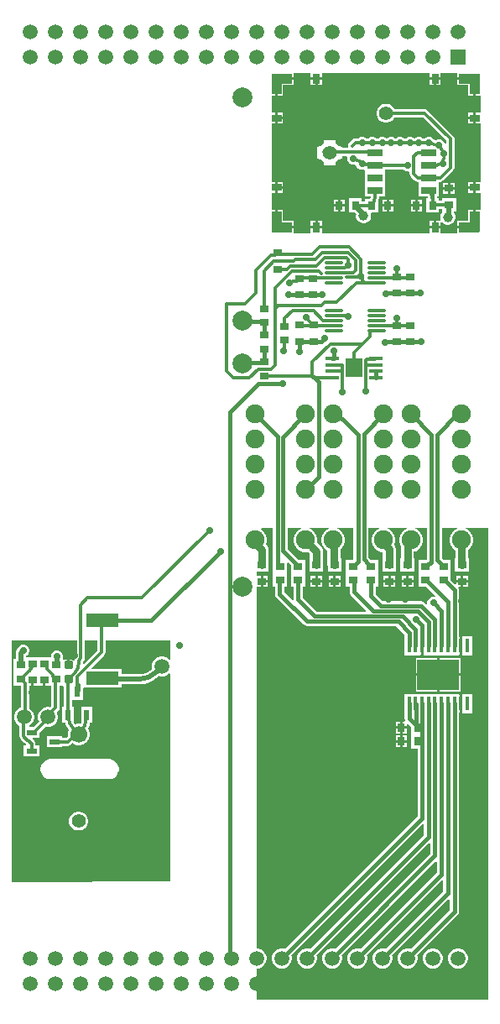
<source format=gtl>
G04*
G04 #@! TF.GenerationSoftware,Altium Limited,Altium Designer,21.8.1 (53)*
G04*
G04 Layer_Physical_Order=1*
G04 Layer_Color=255*
%FSLAX25Y25*%
%MOIN*%
G70*
G04*
G04 #@! TF.SameCoordinates,EDE1E146-8CB7-4DB8-9C5D-6FBA97C0E16F*
G04*
G04*
G04 #@! TF.FilePolarity,Positive*
G04*
G01*
G75*
%ADD15C,0.01181*%
%ADD37C,0.01968*%
%ADD38R,0.12992X0.05315*%
%ADD39R,0.03937X0.03150*%
%ADD40R,0.03150X0.03937*%
%ADD41R,0.08268X0.03937*%
%ADD42R,0.03937X0.08268*%
%ADD43R,0.03150X0.03543*%
%ADD44R,0.06004X0.02559*%
%ADD45R,0.03543X0.03150*%
%ADD46R,0.01772X0.05709*%
%ADD47R,0.16535X0.12205*%
%ADD48O,0.07480X0.01181*%
%ADD49R,0.05610X0.01772*%
%ADD50R,0.06614X0.07402*%
%ADD51R,0.02362X0.04134*%
G04:AMPARAMS|DCode=52|XSize=35.43mil|YSize=31.5mil|CornerRadius=7.87mil|HoleSize=0mil|Usage=FLASHONLY|Rotation=180.000|XOffset=0mil|YOffset=0mil|HoleType=Round|Shape=RoundedRectangle|*
%AMROUNDEDRECTD52*
21,1,0.03543,0.01575,0,0,180.0*
21,1,0.01968,0.03150,0,0,180.0*
1,1,0.01575,-0.00984,0.00787*
1,1,0.01575,0.00984,0.00787*
1,1,0.01575,0.00984,-0.00787*
1,1,0.01575,-0.00984,-0.00787*
%
%ADD52ROUNDEDRECTD52*%
%ADD53R,0.04134X0.02362*%
%ADD54C,0.01575*%
%ADD55C,0.03150*%
%ADD56C,0.05906*%
%ADD57C,0.05512*%
%ADD58C,0.07480*%
%ADD59C,0.07874*%
%ADD60R,0.05906X0.05906*%
%ADD61C,0.02756*%
%ADD62C,0.03937*%
%ADD63C,0.06693*%
G36*
X183197Y-25878D02*
X187931D01*
Y-26878D01*
X183197D01*
Y-28946D01*
X187528D01*
Y-33277D01*
X189596D01*
Y-28543D01*
X190596D01*
Y-33277D01*
X192356D01*
Y-39951D01*
X190597D01*
Y-42126D01*
Y-44301D01*
X192356D01*
Y-67510D01*
X190596D01*
Y-69685D01*
Y-71860D01*
X192356D01*
Y-78534D01*
X190596D01*
Y-83268D01*
X189596D01*
Y-78534D01*
X187528D01*
Y-82864D01*
X183197D01*
Y-84933D01*
X187931D01*
Y-85933D01*
X183197D01*
Y-87768D01*
X176523D01*
Y-85933D01*
X174348D01*
X172174D01*
Y-87768D01*
X129279D01*
Y-85933D01*
X127104D01*
X124930D01*
Y-87768D01*
X118256D01*
Y-85933D01*
X113522D01*
Y-84933D01*
X118256D01*
Y-82865D01*
X113925D01*
Y-78534D01*
X111856D01*
Y-83268D01*
X110856D01*
Y-78534D01*
X109356D01*
Y-71860D01*
X110856D01*
Y-69685D01*
Y-67510D01*
X109356D01*
Y-44301D01*
X110856D01*
Y-42126D01*
Y-39951D01*
X109356D01*
Y-33277D01*
X110856D01*
Y-28543D01*
X111856D01*
Y-33277D01*
X113925D01*
Y-28946D01*
X118255D01*
Y-26878D01*
X113522D01*
Y-25878D01*
X118255D01*
Y-24268D01*
X124929D01*
Y-25878D01*
X129279D01*
Y-24268D01*
X172174D01*
Y-25878D01*
X176523D01*
Y-24268D01*
X183197D01*
Y-25878D01*
D02*
G37*
G36*
X195321Y-392171D02*
X103543D01*
Y-379780D01*
X103946D01*
X104951Y-379510D01*
X105852Y-378990D01*
X106588Y-378254D01*
X107109Y-377352D01*
X107378Y-376347D01*
Y-375306D01*
X107109Y-374301D01*
X106588Y-373400D01*
X105852Y-372664D01*
X104951Y-372143D01*
X103946Y-371874D01*
X103543D01*
Y-228277D01*
X105012D01*
Y-226102D01*
Y-223928D01*
X103543D01*
Y-222142D01*
X105304D01*
X105472Y-222164D01*
X105641Y-222142D01*
X108244D01*
Y-216992D01*
X108070D01*
Y-213518D01*
X107981Y-212846D01*
X107721Y-212220D01*
X107309Y-211682D01*
X107193Y-211566D01*
X107224Y-211511D01*
X107547Y-210305D01*
Y-209057D01*
X107224Y-207852D01*
X106600Y-206771D01*
X105718Y-205888D01*
X105205Y-205592D01*
X105140Y-205096D01*
X105512Y-204724D01*
X109896D01*
Y-219291D01*
X109896Y-219291D01*
X109931Y-219467D01*
Y-222516D01*
X109931Y-222654D01*
Y-223016D01*
X109931Y-223153D01*
Y-228165D01*
X110776D01*
Y-231102D01*
X110776Y-231102D01*
X110915Y-231800D01*
X111310Y-232391D01*
X122168Y-243249D01*
X122168Y-243249D01*
X122759Y-243644D01*
X123457Y-243783D01*
X158876D01*
X162206Y-247113D01*
Y-247721D01*
X162143D01*
Y-255429D01*
X168473D01*
Y-255029D01*
X168647D01*
Y-251575D01*
X169647D01*
Y-255029D01*
X169820D01*
Y-255429D01*
X183828D01*
Y-255029D01*
X184001D01*
Y-251575D01*
Y-248120D01*
X183828D01*
Y-247721D01*
X183764D01*
Y-229565D01*
X183625Y-228868D01*
X183525Y-228718D01*
X183761Y-228277D01*
X184539D01*
Y-226602D01*
X182668D01*
Y-227061D01*
X182206Y-227252D01*
X180542Y-225588D01*
Y-223153D01*
X180542Y-223016D01*
Y-222654D01*
X180542Y-222516D01*
Y-217504D01*
X177773D01*
X177019Y-216751D01*
Y-204724D01*
X183059D01*
X183125Y-205224D01*
X182977Y-205264D01*
X181897Y-205888D01*
X181014Y-206771D01*
X180390Y-207852D01*
X180067Y-209057D01*
Y-210305D01*
X180390Y-211511D01*
X181014Y-212592D01*
X181897Y-213474D01*
X182307Y-213711D01*
Y-216992D01*
X182228D01*
Y-222142D01*
X184735D01*
X184904Y-222164D01*
X185000D01*
X185169Y-222142D01*
X187772D01*
Y-216992D01*
X187501D01*
Y-213599D01*
X187718Y-213474D01*
X188600Y-212592D01*
X189224Y-211511D01*
X189547Y-210305D01*
Y-209057D01*
X189224Y-207852D01*
X188600Y-206771D01*
X187718Y-205888D01*
X186637Y-205264D01*
X186489Y-205224D01*
X186555Y-204724D01*
X195321D01*
Y-392171D01*
D02*
G37*
G36*
X171012Y-217504D02*
X167769D01*
Y-222516D01*
X167769Y-222654D01*
Y-223016D01*
X167769Y-223153D01*
Y-228165D01*
X170735D01*
X174438Y-231869D01*
X174155Y-232292D01*
X174095Y-232268D01*
X173149D01*
X172275Y-232630D01*
X171606Y-233299D01*
X171244Y-234173D01*
Y-234889D01*
X170744Y-235096D01*
X170096Y-234448D01*
X169504Y-234052D01*
X168807Y-233914D01*
X168807Y-233914D01*
X153420D01*
X150641Y-231135D01*
Y-228165D01*
X151623D01*
Y-223153D01*
X151623Y-223016D01*
Y-222654D01*
X151623Y-222516D01*
Y-217504D01*
X148854D01*
X147885Y-216536D01*
Y-204724D01*
X152059D01*
X152125Y-205224D01*
X151978Y-205264D01*
X150897Y-205888D01*
X150014Y-206771D01*
X149390Y-207852D01*
X149067Y-209057D01*
Y-210305D01*
X149390Y-211511D01*
X150014Y-212592D01*
X150897Y-213474D01*
X151978Y-214098D01*
X153183Y-214421D01*
X153484D01*
Y-216992D01*
X153309D01*
Y-222142D01*
X155912D01*
X156081Y-222164D01*
X156250Y-222142D01*
X158853D01*
Y-216992D01*
X158678D01*
Y-213127D01*
X158589Y-212455D01*
X158330Y-211828D01*
X158165Y-211613D01*
X158224Y-211511D01*
X158547Y-210305D01*
Y-209057D01*
X158224Y-207852D01*
X157600Y-206771D01*
X156718Y-205888D01*
X155637Y-205264D01*
X155489Y-205224D01*
X155555Y-204724D01*
X163059D01*
X163125Y-205224D01*
X162978Y-205264D01*
X161897Y-205888D01*
X161014Y-206771D01*
X160390Y-207852D01*
X160067Y-209057D01*
Y-210305D01*
X160390Y-211511D01*
X160743Y-212123D01*
X160714Y-212350D01*
Y-216992D01*
X160539D01*
Y-222142D01*
X163142D01*
X163311Y-222164D01*
X163479Y-222142D01*
X166082D01*
Y-216992D01*
X165908D01*
Y-214294D01*
X166637Y-214098D01*
X167718Y-213474D01*
X168600Y-212592D01*
X169224Y-211511D01*
X169547Y-210305D01*
Y-209057D01*
X169224Y-207852D01*
X168600Y-206771D01*
X167718Y-205888D01*
X166637Y-205264D01*
X166489Y-205224D01*
X166555Y-204724D01*
X171012D01*
Y-217504D01*
D02*
G37*
G36*
X141878Y-217441D02*
X141816Y-217504D01*
X138850D01*
Y-222516D01*
X138850Y-222654D01*
Y-223016D01*
X138850Y-223153D01*
Y-228165D01*
X140304D01*
Y-230315D01*
X140304Y-230315D01*
X140442Y-231012D01*
X140837Y-231604D01*
X146835Y-237601D01*
X146644Y-238063D01*
X127255D01*
X121754Y-232563D01*
Y-228165D01*
X122704D01*
Y-223153D01*
X122704Y-223016D01*
Y-222654D01*
X122704Y-222516D01*
Y-217504D01*
X119934D01*
X115615Y-213185D01*
Y-204724D01*
X121059D01*
X121125Y-205224D01*
X120977Y-205264D01*
X119897Y-205888D01*
X119014Y-206771D01*
X118390Y-207852D01*
X118067Y-209057D01*
Y-210305D01*
X118390Y-211511D01*
X119014Y-212592D01*
X119897Y-213474D01*
X120977Y-214098D01*
X122183Y-214421D01*
X123431D01*
X123781Y-214328D01*
X124565Y-215111D01*
Y-216992D01*
X124390D01*
Y-222142D01*
X126993D01*
X127162Y-222164D01*
X127331Y-222142D01*
X129933D01*
Y-216992D01*
X129759D01*
Y-214036D01*
X129670Y-213364D01*
X129411Y-212737D01*
X128998Y-212199D01*
X127454Y-210655D01*
X127547Y-210305D01*
Y-209057D01*
X127224Y-207852D01*
X126600Y-206771D01*
X125718Y-205888D01*
X124637Y-205264D01*
X124489Y-205224D01*
X124555Y-204724D01*
X132059D01*
X132125Y-205224D01*
X131977Y-205264D01*
X130897Y-205888D01*
X130014Y-206771D01*
X129390Y-207852D01*
X129067Y-209057D01*
Y-210305D01*
X129390Y-211511D01*
X130014Y-212592D01*
X130897Y-213474D01*
X131598Y-213879D01*
Y-219567D01*
X131620Y-219736D01*
Y-222142D01*
X134026D01*
X134195Y-222164D01*
X134391D01*
X134560Y-222142D01*
X137163D01*
Y-216992D01*
X136792D01*
Y-213400D01*
X137600Y-212592D01*
X138224Y-211511D01*
X138547Y-210305D01*
Y-209057D01*
X138224Y-207852D01*
X137600Y-206771D01*
X136718Y-205888D01*
X135637Y-205264D01*
X135489Y-205224D01*
X135555Y-204724D01*
X141878D01*
Y-217441D01*
D02*
G37*
G36*
X117160Y-219884D02*
Y-222516D01*
X117160Y-222654D01*
Y-223016D01*
X117160Y-223153D01*
Y-228165D01*
X118110D01*
Y-233318D01*
X118110Y-233318D01*
X118112Y-233332D01*
X117651Y-233578D01*
X114421Y-230347D01*
Y-228165D01*
X115474D01*
Y-223153D01*
X115474Y-223016D01*
Y-222654D01*
X115474Y-222516D01*
Y-218851D01*
X115936Y-218660D01*
X117160Y-219884D01*
D02*
G37*
G36*
X69165Y-256963D02*
X68665Y-257170D01*
X68175Y-256680D01*
X67274Y-256159D01*
X66268Y-255890D01*
X65228D01*
X64222Y-256159D01*
X63321Y-256680D01*
X62585Y-257416D01*
X62065Y-258317D01*
X61795Y-259322D01*
Y-260363D01*
X61915Y-260811D01*
X60935Y-261616D01*
X59551Y-262356D01*
X58049Y-262811D01*
X56580Y-262956D01*
X56488Y-262937D01*
X49622D01*
Y-261008D01*
X37955D01*
X37763Y-260546D01*
X42879Y-255430D01*
X43231Y-254904D01*
X43354Y-254283D01*
Y-249532D01*
X69165D01*
Y-256963D01*
D02*
G37*
G36*
X31949Y-255863D02*
X31530Y-256281D01*
X31179Y-256807D01*
X31091Y-257248D01*
X30890Y-257358D01*
X30658Y-257426D01*
X30556Y-257425D01*
X30191Y-257181D01*
X29650Y-257074D01*
X29165D01*
Y-259276D01*
X28165D01*
Y-257074D01*
X27681D01*
X27140Y-257181D01*
X27103Y-257206D01*
X26575Y-257027D01*
X26437Y-256740D01*
X26394Y-256254D01*
Y-255433D01*
X26032Y-254558D01*
X25363Y-253890D01*
X24489Y-253528D01*
X23543D01*
X22669Y-253890D01*
X22000Y-254558D01*
X21638Y-255433D01*
Y-256150D01*
X11688D01*
Y-255679D01*
X11977Y-255559D01*
X12646Y-254890D01*
X13008Y-254016D01*
Y-253070D01*
X12646Y-252196D01*
X11977Y-251527D01*
X11103Y-251165D01*
X10157D01*
X9283Y-251527D01*
X8614Y-252196D01*
X8259Y-253053D01*
X8235Y-253077D01*
X7796Y-253734D01*
X7642Y-254508D01*
Y-256740D01*
X6894D01*
Y-261890D01*
X6894Y-261890D01*
Y-262252D01*
X6894D01*
X6894Y-262390D01*
Y-267402D01*
X9848D01*
Y-276105D01*
X9498Y-276199D01*
X8597Y-276719D01*
X7861Y-277455D01*
X7340Y-278356D01*
X7071Y-279362D01*
Y-280402D01*
X7340Y-281408D01*
X7861Y-282309D01*
X8597Y-283045D01*
X9197Y-283392D01*
Y-287656D01*
X9321Y-288277D01*
X9672Y-288803D01*
X11119Y-290250D01*
X11646Y-290602D01*
X11741Y-290823D01*
X11441Y-291323D01*
X10909D01*
Y-295685D01*
X17043D01*
Y-291323D01*
X15598D01*
Y-290551D01*
X15475Y-289931D01*
X15123Y-289404D01*
X14385Y-288667D01*
X14577Y-288205D01*
X17043D01*
Y-286136D01*
X19473Y-283706D01*
X19952Y-283835D01*
X20993D01*
X21998Y-283565D01*
X22899Y-283045D01*
X23635Y-282309D01*
X24156Y-281408D01*
X24425Y-280402D01*
Y-279362D01*
X24156Y-278356D01*
X23953Y-278005D01*
X24615Y-277343D01*
X24967Y-276817D01*
X25090Y-276197D01*
Y-267402D01*
X26437D01*
X26803Y-267724D01*
Y-275992D01*
X26244D01*
Y-282126D01*
X27313D01*
X27554Y-282920D01*
X28486Y-284664D01*
X28728Y-284958D01*
X28627Y-285133D01*
X28331Y-286239D01*
Y-287383D01*
X28362Y-287500D01*
X27720Y-288142D01*
X26098D01*
Y-287583D01*
X19965D01*
Y-291945D01*
X26098D01*
Y-291386D01*
X28392D01*
X29012Y-291262D01*
X29539Y-290911D01*
X30105Y-290345D01*
X30999Y-290861D01*
X32105Y-291158D01*
X33249D01*
X34355Y-290861D01*
X35346Y-290289D01*
X36155Y-289480D01*
X36727Y-288489D01*
X37024Y-287383D01*
Y-286239D01*
X36727Y-285133D01*
X36358Y-284493D01*
X36963Y-283033D01*
X37181Y-282126D01*
X38087D01*
Y-275992D01*
X33724D01*
Y-282074D01*
X33491Y-282529D01*
X33249Y-282465D01*
X32105D01*
X31116Y-282730D01*
X30606Y-281776D01*
Y-275992D01*
X30047D01*
Y-273071D01*
X34346D01*
Y-269570D01*
X34378Y-269413D01*
Y-268718D01*
X34630Y-268323D01*
X49622D01*
Y-266984D01*
X56488D01*
X56503Y-266981D01*
X58368Y-266834D01*
X60203Y-266394D01*
X61945Y-265672D01*
X63554Y-264686D01*
X64747Y-263667D01*
X65228Y-263795D01*
X66268D01*
X67274Y-263526D01*
X68175Y-263005D01*
X68665Y-262515D01*
X69165Y-262722D01*
Y-345130D01*
X6520Y-345529D01*
X6165Y-345177D01*
Y-249532D01*
X31949D01*
Y-255863D01*
D02*
G37*
G36*
X40111Y-253612D02*
X34781Y-258942D01*
X34299Y-258716D01*
Y-258100D01*
X34718Y-257681D01*
X35069Y-257155D01*
X35193Y-256534D01*
Y-249532D01*
X40111D01*
Y-253612D01*
D02*
G37*
G36*
X19499Y-267435D02*
X21370D01*
X21370Y-267435D01*
Y-267435D01*
X21847Y-267492D01*
Y-275525D01*
X21348Y-276024D01*
X20993Y-275929D01*
X19952D01*
X18947Y-276199D01*
X18045Y-276719D01*
X17310Y-277455D01*
X16789Y-278356D01*
X16520Y-279362D01*
Y-280402D01*
X16789Y-281408D01*
X16934Y-281659D01*
X14750Y-283842D01*
X13069D01*
X12935Y-283343D01*
X13451Y-283045D01*
X14187Y-282309D01*
X14707Y-281408D01*
X14976Y-280402D01*
Y-279362D01*
X14707Y-278356D01*
X14187Y-277455D01*
X13451Y-276719D01*
X13092Y-276512D01*
Y-267435D01*
X13832D01*
Y-265260D01*
X14832D01*
Y-267435D01*
X18499D01*
Y-265260D01*
X19499D01*
Y-267435D01*
D02*
G37*
%LPC*%
G36*
X129279Y-26878D02*
X127604D01*
Y-28946D01*
X129279D01*
Y-26878D01*
D02*
G37*
G36*
X126604D02*
X124929D01*
Y-28946D01*
X126604D01*
Y-26878D01*
D02*
G37*
G36*
X176523Y-26878D02*
X174848D01*
Y-28946D01*
X176523D01*
Y-26878D01*
D02*
G37*
G36*
X173848D02*
X172174D01*
Y-28946D01*
X173848D01*
Y-26878D01*
D02*
G37*
G36*
X189597Y-39951D02*
X187528D01*
Y-41626D01*
X189597D01*
Y-39951D01*
D02*
G37*
G36*
X113925Y-39951D02*
X111856D01*
Y-41626D01*
X113925D01*
Y-39951D01*
D02*
G37*
G36*
Y-42626D02*
X111856D01*
Y-44301D01*
X113925D01*
Y-42626D01*
D02*
G37*
G36*
X189597Y-42626D02*
X187528D01*
Y-44301D01*
X189597D01*
Y-42626D01*
D02*
G37*
G36*
X155282Y-36419D02*
X154293D01*
X153338Y-36675D01*
X152481Y-37169D01*
X151782Y-37869D01*
X151287Y-38725D01*
X151031Y-39680D01*
Y-40669D01*
X151287Y-41625D01*
X151782Y-42481D01*
X152481Y-43180D01*
X153338Y-43675D01*
X154293Y-43931D01*
X155282D01*
X156237Y-43675D01*
X157094Y-43180D01*
X157793Y-42481D01*
X158188Y-41796D01*
X169592D01*
X178703Y-50908D01*
Y-52219D01*
X178234Y-52295D01*
X177872Y-51421D01*
X177203Y-50752D01*
X176329Y-50390D01*
X175383D01*
X174509Y-50752D01*
X174474Y-50787D01*
X173980Y-50681D01*
X173872Y-50421D01*
X173203Y-49752D01*
X172329Y-49390D01*
X171383D01*
X170509Y-49752D01*
X170115Y-50146D01*
X169598D01*
X169203Y-49752D01*
X168329Y-49390D01*
X167383D01*
X166509Y-49752D01*
X166115Y-50146D01*
X166098D01*
X165703Y-49752D01*
X164829Y-49390D01*
X163883D01*
X163009Y-49752D01*
X162615Y-50146D01*
X162098D01*
X161703Y-49752D01*
X160829Y-49390D01*
X159883D01*
X159009Y-49752D01*
X158615Y-50146D01*
X158598D01*
X158203Y-49752D01*
X157329Y-49390D01*
X156383D01*
X155509Y-49752D01*
X155115Y-50146D01*
X155098D01*
X154703Y-49752D01*
X153829Y-49390D01*
X152883D01*
X152009Y-49752D01*
X151615Y-50146D01*
X151098D01*
X150703Y-49752D01*
X149829Y-49390D01*
X148883D01*
X148009Y-49752D01*
X147615Y-50146D01*
X147098D01*
X146703Y-49752D01*
X145829Y-49390D01*
X144883D01*
X144009Y-49752D01*
X143615Y-50146D01*
X142720D01*
X142100Y-50270D01*
X141574Y-50621D01*
X140192Y-52003D01*
X139840Y-52529D01*
X139717Y-53150D01*
X139781Y-53475D01*
X139421Y-53975D01*
X137284D01*
Y-50906D01*
X127284D01*
Y-60905D01*
X137284D01*
Y-57218D01*
X139012D01*
X139290Y-57634D01*
X139273Y-57674D01*
Y-58620D01*
X139635Y-59494D01*
X140304Y-60163D01*
X141178Y-60525D01*
X142124D01*
X142398Y-60412D01*
X142898Y-60709D01*
X143260Y-61583D01*
X143929Y-62252D01*
X144803Y-62614D01*
X145749D01*
X145939Y-62536D01*
X146354Y-62813D01*
Y-62988D01*
X146354Y-63047D01*
Y-63488D01*
X146354Y-63547D01*
Y-67988D01*
X146354Y-68047D01*
Y-68488D01*
X146354Y-68547D01*
Y-73047D01*
X148735D01*
Y-73651D01*
X148428Y-74035D01*
X146475D01*
Y-75185D01*
X145238D01*
Y-73957D01*
X140089D01*
Y-79500D01*
X142377D01*
X143016Y-80139D01*
X142915Y-80515D01*
Y-81296D01*
X143118Y-82051D01*
X143509Y-82728D01*
X144061Y-83281D01*
X144738Y-83672D01*
X145493Y-83874D01*
X146275D01*
X147030Y-83672D01*
X147707Y-83281D01*
X148259Y-82728D01*
X148650Y-82051D01*
X148852Y-81296D01*
Y-80515D01*
X148736Y-80079D01*
X149093Y-79579D01*
X151624D01*
Y-75614D01*
X151859Y-74838D01*
X151974Y-73670D01*
X151978Y-73651D01*
Y-73047D01*
X154358D01*
Y-68547D01*
X154358Y-68488D01*
Y-68047D01*
X154358Y-67988D01*
Y-63547D01*
X154358Y-63488D01*
Y-63047D01*
X154358Y-62988D01*
Y-62389D01*
X161615D01*
X162009Y-62784D01*
X162883Y-63146D01*
X163829D01*
X164235Y-63416D01*
Y-64268D01*
X164358Y-64888D01*
X164710Y-65414D01*
X166210Y-66914D01*
X166736Y-67266D01*
X167356Y-67389D01*
X167709D01*
Y-67988D01*
X167709Y-68047D01*
Y-68488D01*
X167709Y-68547D01*
Y-73047D01*
X171342D01*
X171528Y-73496D01*
X171254Y-73996D01*
X170782D01*
Y-79539D01*
X175931D01*
Y-78118D01*
X177085D01*
Y-79071D01*
X177085D01*
X177200Y-79348D01*
X176973Y-79575D01*
X176582Y-80252D01*
X176380Y-81007D01*
Y-81788D01*
X176536Y-82370D01*
X176298Y-82776D01*
X176190Y-82864D01*
X174848D01*
Y-84933D01*
X176523D01*
Y-83441D01*
X176809Y-83301D01*
X177023Y-83271D01*
X177526Y-83773D01*
X178203Y-84164D01*
X178958Y-84366D01*
X179739D01*
X180494Y-84164D01*
X181171Y-83773D01*
X181724Y-83220D01*
X182115Y-82543D01*
X182317Y-81788D01*
Y-81007D01*
X182115Y-80252D01*
X181724Y-79575D01*
X181720Y-79571D01*
X181853Y-79071D01*
X182628D01*
Y-73921D01*
X177085D01*
Y-74874D01*
X175931D01*
Y-73996D01*
X174978D01*
Y-73047D01*
X175713D01*
Y-68547D01*
X175713Y-68488D01*
Y-68047D01*
X175713Y-67988D01*
Y-67389D01*
X176278D01*
X176898Y-67266D01*
X177424Y-66914D01*
X181472Y-62867D01*
X181823Y-62341D01*
X181947Y-61721D01*
Y-50236D01*
X181823Y-49616D01*
X181472Y-49090D01*
X171410Y-39028D01*
X170884Y-38677D01*
X170264Y-38553D01*
X158188D01*
X157793Y-37869D01*
X157094Y-37169D01*
X156237Y-36675D01*
X155282Y-36419D01*
D02*
G37*
G36*
X189596Y-67510D02*
X187528D01*
Y-69185D01*
X189596D01*
Y-67510D01*
D02*
G37*
G36*
X113925Y-67510D02*
X111856D01*
Y-69185D01*
X113925D01*
Y-67510D01*
D02*
G37*
G36*
X182189Y-67786D02*
X180317D01*
Y-69461D01*
X182189D01*
Y-67786D01*
D02*
G37*
G36*
X179317D02*
X177445D01*
Y-69461D01*
X179317D01*
Y-67786D01*
D02*
G37*
G36*
X189596Y-70185D02*
X187528D01*
Y-71860D01*
X189596D01*
Y-70185D01*
D02*
G37*
G36*
X113925Y-70185D02*
X111856D01*
Y-71860D01*
X113925D01*
Y-70185D01*
D02*
G37*
G36*
X182189Y-70461D02*
X180317D01*
Y-72135D01*
X182189D01*
Y-70461D01*
D02*
G37*
G36*
X179317D02*
X177445D01*
Y-72135D01*
X179317D01*
Y-70461D01*
D02*
G37*
G36*
X157759Y-74396D02*
X156085D01*
Y-76268D01*
X157759D01*
Y-74396D01*
D02*
G37*
G36*
X138303D02*
X136628D01*
Y-76268D01*
X138303D01*
Y-74396D01*
D02*
G37*
G36*
X135628D02*
X133953D01*
Y-76268D01*
X135628D01*
Y-74396D01*
D02*
G37*
G36*
X155085D02*
X153410D01*
Y-76268D01*
X155085D01*
Y-74396D01*
D02*
G37*
G36*
X168996Y-74435D02*
X167321D01*
Y-76307D01*
X168996D01*
Y-74435D01*
D02*
G37*
G36*
X166321D02*
X164646D01*
Y-76307D01*
X166321D01*
Y-74435D01*
D02*
G37*
G36*
X157759Y-77268D02*
X156085D01*
Y-79139D01*
X157759D01*
Y-77268D01*
D02*
G37*
G36*
X155085D02*
X153410D01*
Y-79139D01*
X155085D01*
Y-77268D01*
D02*
G37*
G36*
X138303D02*
X136628D01*
Y-79139D01*
X138303D01*
Y-77268D01*
D02*
G37*
G36*
X135628D02*
X133953D01*
Y-79139D01*
X135628D01*
Y-77268D01*
D02*
G37*
G36*
X168996Y-77307D02*
X167321D01*
Y-79179D01*
X168996D01*
Y-77307D01*
D02*
G37*
G36*
X166321D02*
X164646D01*
Y-79179D01*
X166321D01*
Y-77307D01*
D02*
G37*
G36*
X129279Y-82865D02*
X127604D01*
Y-84933D01*
X129279D01*
Y-82865D01*
D02*
G37*
G36*
X126604D02*
X124930D01*
Y-84933D01*
X126604D01*
Y-82865D01*
D02*
G37*
G36*
X173848Y-82864D02*
X172174D01*
Y-84933D01*
X173848D01*
Y-82864D01*
D02*
G37*
G36*
X187411Y-223928D02*
X185539D01*
Y-225602D01*
X187411D01*
Y-223928D01*
D02*
G37*
G36*
X184539D02*
X182668D01*
Y-225602D01*
X184539D01*
Y-223928D01*
D02*
G37*
G36*
X107884D02*
X106012D01*
Y-225602D01*
X107884D01*
Y-223928D01*
D02*
G37*
G36*
X187411Y-226602D02*
X185539D01*
Y-228277D01*
X187411D01*
Y-226602D01*
D02*
G37*
G36*
X107884D02*
X106012D01*
Y-228277D01*
X107884D01*
Y-226602D01*
D02*
G37*
G36*
X188946Y-247721D02*
X185174D01*
Y-248120D01*
X185001D01*
Y-251575D01*
Y-255029D01*
X185174D01*
Y-255429D01*
X188946D01*
Y-247721D01*
D02*
G37*
G36*
X184412Y-256388D02*
X176044D01*
Y-262591D01*
X184412D01*
Y-256388D01*
D02*
G37*
G36*
X175044D02*
X166676D01*
Y-262591D01*
X175044D01*
Y-256388D01*
D02*
G37*
G36*
X184412Y-263591D02*
X176044D01*
Y-269793D01*
X184412D01*
Y-263591D01*
D02*
G37*
G36*
X175044D02*
X166676D01*
Y-269793D01*
X175044D01*
Y-263591D01*
D02*
G37*
G36*
X188946Y-270752D02*
X185174D01*
Y-271152D01*
X185001D01*
Y-274606D01*
Y-278061D01*
X185174D01*
Y-278461D01*
X188946D01*
Y-270752D01*
D02*
G37*
G36*
X160317Y-281774D02*
X158642D01*
Y-283646D01*
X160317D01*
Y-281774D01*
D02*
G37*
G36*
X162992Y-284646D02*
X161317D01*
Y-286517D01*
X162992D01*
Y-284646D01*
D02*
G37*
G36*
X160317D02*
X158642D01*
Y-286517D01*
X160317D01*
Y-284646D01*
D02*
G37*
G36*
X162992Y-287274D02*
X161317D01*
Y-289146D01*
X162992D01*
Y-287274D01*
D02*
G37*
G36*
X160317D02*
X158642D01*
Y-289146D01*
X160317D01*
Y-287274D01*
D02*
G37*
G36*
X162992Y-290146D02*
X161317D01*
Y-292017D01*
X162992D01*
Y-290146D01*
D02*
G37*
G36*
X160317D02*
X158642D01*
Y-292017D01*
X160317D01*
Y-290146D01*
D02*
G37*
G36*
X183828Y-270752D02*
X162143D01*
Y-278461D01*
X162206D01*
Y-280585D01*
X162206Y-280585D01*
X162345Y-281282D01*
X162379Y-281333D01*
X162143Y-281774D01*
X161317D01*
Y-283646D01*
X162992D01*
Y-282779D01*
X163454Y-282588D01*
X164778Y-283912D01*
Y-286878D01*
Y-292378D01*
X167324D01*
Y-319351D01*
X114620Y-372055D01*
X113946Y-371874D01*
X112905D01*
X111899Y-372143D01*
X110998Y-372664D01*
X110262Y-373400D01*
X109742Y-374301D01*
X109473Y-375306D01*
Y-376347D01*
X109742Y-377352D01*
X110262Y-378254D01*
X110998Y-378990D01*
X111899Y-379510D01*
X112905Y-379780D01*
X113946D01*
X114951Y-379510D01*
X115852Y-378990D01*
X116588Y-378254D01*
X117109Y-377352D01*
X117378Y-376347D01*
Y-375306D01*
X117197Y-374632D01*
X169421Y-322408D01*
X169883Y-322599D01*
Y-326792D01*
X124620Y-372055D01*
X123946Y-371874D01*
X122905D01*
X121899Y-372143D01*
X120998Y-372664D01*
X120262Y-373400D01*
X119742Y-374301D01*
X119473Y-375306D01*
Y-376347D01*
X119742Y-377352D01*
X120262Y-378254D01*
X120998Y-378990D01*
X121899Y-379510D01*
X122905Y-379780D01*
X123946D01*
X124951Y-379510D01*
X125852Y-378990D01*
X126588Y-378254D01*
X127109Y-377352D01*
X127378Y-376347D01*
Y-375306D01*
X127197Y-374632D01*
X171980Y-329849D01*
X172442Y-330040D01*
Y-334232D01*
X134620Y-372055D01*
X133946Y-371874D01*
X132905D01*
X131899Y-372143D01*
X130998Y-372664D01*
X130262Y-373400D01*
X129742Y-374301D01*
X129472Y-375306D01*
Y-376347D01*
X129742Y-377352D01*
X130262Y-378254D01*
X130998Y-378990D01*
X131899Y-379510D01*
X132905Y-379780D01*
X133946D01*
X134951Y-379510D01*
X135852Y-378990D01*
X136588Y-378254D01*
X137109Y-377352D01*
X137378Y-376347D01*
Y-375306D01*
X137197Y-374632D01*
X174539Y-337290D01*
X175001Y-337481D01*
Y-341673D01*
X144620Y-372055D01*
X143946Y-371874D01*
X142905D01*
X141900Y-372143D01*
X140998Y-372664D01*
X140262Y-373400D01*
X139742Y-374301D01*
X139472Y-375306D01*
Y-376347D01*
X139742Y-377352D01*
X140262Y-378254D01*
X140998Y-378990D01*
X141900Y-379510D01*
X142905Y-379780D01*
X143946D01*
X144951Y-379510D01*
X145852Y-378990D01*
X146588Y-378254D01*
X147109Y-377352D01*
X147378Y-376347D01*
Y-375306D01*
X147197Y-374632D01*
X177098Y-344731D01*
X177560Y-344922D01*
Y-349114D01*
X154620Y-372055D01*
X153946Y-371874D01*
X152905D01*
X151900Y-372143D01*
X150998Y-372664D01*
X150262Y-373400D01*
X149742Y-374301D01*
X149472Y-375306D01*
Y-376347D01*
X149742Y-377352D01*
X150262Y-378254D01*
X150998Y-378990D01*
X151900Y-379510D01*
X152905Y-379780D01*
X153946D01*
X154951Y-379510D01*
X155852Y-378990D01*
X156588Y-378254D01*
X157109Y-377352D01*
X157378Y-376347D01*
Y-375306D01*
X157197Y-374632D01*
X179657Y-352172D01*
X180119Y-352363D01*
Y-356555D01*
X164620Y-372055D01*
X163946Y-371874D01*
X162905D01*
X161899Y-372143D01*
X160998Y-372664D01*
X160262Y-373400D01*
X159742Y-374301D01*
X159473Y-375306D01*
Y-376347D01*
X159742Y-377352D01*
X160262Y-378254D01*
X160998Y-378990D01*
X161899Y-379510D01*
X162905Y-379780D01*
X163946D01*
X164951Y-379510D01*
X165852Y-378990D01*
X166588Y-378254D01*
X167109Y-377352D01*
X167378Y-376347D01*
Y-375306D01*
X167197Y-374632D01*
X183230Y-358599D01*
X183625Y-358008D01*
X183764Y-357310D01*
X183764Y-357310D01*
Y-278461D01*
X183828D01*
Y-278061D01*
X184001D01*
Y-274606D01*
Y-271152D01*
X183828D01*
Y-270752D01*
D02*
G37*
G36*
X183946Y-371874D02*
X182905D01*
X181899Y-372143D01*
X180998Y-372664D01*
X180262Y-373400D01*
X179742Y-374301D01*
X179472Y-375306D01*
Y-376347D01*
X179742Y-377352D01*
X180262Y-378254D01*
X180998Y-378990D01*
X181899Y-379510D01*
X182905Y-379780D01*
X183946D01*
X184951Y-379510D01*
X185852Y-378990D01*
X186588Y-378254D01*
X187109Y-377352D01*
X187378Y-376347D01*
Y-375306D01*
X187109Y-374301D01*
X186588Y-373400D01*
X185852Y-372664D01*
X184951Y-372143D01*
X183946Y-371874D01*
D02*
G37*
G36*
X173946D02*
X172905D01*
X171899Y-372143D01*
X170998Y-372664D01*
X170262Y-373400D01*
X169742Y-374301D01*
X169473Y-375306D01*
Y-376347D01*
X169742Y-377352D01*
X170262Y-378254D01*
X170998Y-378990D01*
X171899Y-379510D01*
X172905Y-379780D01*
X173946D01*
X174951Y-379510D01*
X175852Y-378990D01*
X176588Y-378254D01*
X177109Y-377352D01*
X177378Y-376347D01*
Y-375306D01*
X177109Y-374301D01*
X176588Y-373400D01*
X175852Y-372664D01*
X174951Y-372143D01*
X173946Y-371874D01*
D02*
G37*
G36*
X165722Y-223928D02*
X163850D01*
Y-225602D01*
X165722D01*
Y-223928D01*
D02*
G37*
G36*
X162850D02*
X160978D01*
Y-225602D01*
X162850D01*
Y-223928D01*
D02*
G37*
G36*
X158492D02*
X156620D01*
Y-225602D01*
X158492D01*
Y-223928D01*
D02*
G37*
G36*
X155620D02*
X153749D01*
Y-225602D01*
X155620D01*
Y-223928D01*
D02*
G37*
G36*
X165722Y-226602D02*
X163850D01*
Y-228277D01*
X165722D01*
Y-226602D01*
D02*
G37*
G36*
X162850D02*
X160978D01*
Y-228277D01*
X162850D01*
Y-226602D01*
D02*
G37*
G36*
X158492D02*
X156620D01*
Y-228277D01*
X158492D01*
Y-226602D01*
D02*
G37*
G36*
X155620D02*
X153749D01*
Y-228277D01*
X155620D01*
Y-226602D01*
D02*
G37*
G36*
X136802Y-223928D02*
X134931D01*
Y-225602D01*
X136802D01*
Y-223928D01*
D02*
G37*
G36*
X133931D02*
X132059D01*
Y-225602D01*
X133931D01*
Y-223928D01*
D02*
G37*
G36*
X129573D02*
X127701D01*
Y-225602D01*
X129573D01*
Y-223928D01*
D02*
G37*
G36*
X126701D02*
X124829D01*
Y-225602D01*
X126701D01*
Y-223928D01*
D02*
G37*
G36*
X136802Y-226602D02*
X134931D01*
Y-228277D01*
X136802D01*
Y-226602D01*
D02*
G37*
G36*
X133931D02*
X132059D01*
Y-228277D01*
X133931D01*
Y-226602D01*
D02*
G37*
G36*
X129573D02*
X127701D01*
Y-228277D01*
X129573D01*
Y-226602D01*
D02*
G37*
G36*
X126701D02*
X124829D01*
Y-228277D01*
X126701D01*
Y-226602D01*
D02*
G37*
G36*
X44638Y-296596D02*
Y-296601D01*
X21508D01*
Y-296596D01*
X21472Y-296601D01*
X21018D01*
X20433Y-296717D01*
X19529Y-297092D01*
X19033Y-297423D01*
X18712Y-297743D01*
X18683Y-297766D01*
X18661Y-297795D01*
X18340Y-298115D01*
X18009Y-298611D01*
X17634Y-299516D01*
X17518Y-300101D01*
Y-300554D01*
X17513Y-300590D01*
X17518Y-300627D01*
Y-301080D01*
X17634Y-301665D01*
X18009Y-302570D01*
X18340Y-303066D01*
X18661Y-303386D01*
X18683Y-303415D01*
X18712Y-303438D01*
X19033Y-303758D01*
X19529Y-304090D01*
X20433Y-304464D01*
X21018Y-304581D01*
X21472D01*
X21508Y-304585D01*
Y-304581D01*
X44638D01*
Y-304585D01*
X44674Y-304581D01*
X45127D01*
X45713Y-304464D01*
X46617Y-304090D01*
X47113Y-303758D01*
X47433Y-303438D01*
X47462Y-303415D01*
X47485Y-303386D01*
X47805Y-303066D01*
X48137Y-302570D01*
X48511Y-301665D01*
X48628Y-301080D01*
Y-300627D01*
X48633Y-300590D01*
X48628Y-300554D01*
Y-300101D01*
X48511Y-299516D01*
X48137Y-298611D01*
X47805Y-298115D01*
X47485Y-297795D01*
X47462Y-297766D01*
X47433Y-297743D01*
X47113Y-297423D01*
X46617Y-297092D01*
X45713Y-296717D01*
X45127Y-296601D01*
X44674D01*
X44638Y-296596D01*
D02*
G37*
G36*
X33172Y-317504D02*
X32183D01*
X31227Y-317760D01*
X30371Y-318254D01*
X29672Y-318954D01*
X29177Y-319810D01*
X28921Y-320765D01*
Y-321754D01*
X29177Y-322710D01*
X29672Y-323566D01*
X30371Y-324265D01*
X31227Y-324760D01*
X32183Y-325016D01*
X33172D01*
X34127Y-324760D01*
X34983Y-324265D01*
X35683Y-323566D01*
X36177Y-322710D01*
X36433Y-321754D01*
Y-320765D01*
X36177Y-319810D01*
X35683Y-318954D01*
X34983Y-318254D01*
X34127Y-317760D01*
X33172Y-317504D01*
D02*
G37*
%LPD*%
D15*
X32977Y-286512D02*
G03*
X35906Y-279440I-7071J7071D01*
G01*
X28425Y-279059D02*
G03*
X30898Y-285031I8450J0D01*
G01*
X177856Y-57268D02*
G03*
X172856Y-52268I-5000J0D01*
G01*
X144356Y-59268D02*
G03*
X143149Y-58768I-1207J-1207D01*
G01*
X144356Y-59268D02*
G03*
X147978Y-60768I3621J3621D01*
G01*
X149049Y-76807D02*
G03*
X150356Y-73651I-3156J3156D01*
G01*
X173356Y-74741D02*
G03*
X171711Y-70768I-5619J0D01*
G01*
X175033Y-60768D02*
G03*
X177856Y-57945I0J2823D01*
G01*
X31351Y-262102D02*
G03*
X32677Y-258898I-3207J3204D01*
G01*
X13112Y-261577D02*
G03*
X14293Y-258724I-2855J2853D01*
G01*
X13110Y-261579D02*
G03*
X13112Y-261577I-2854J2854D01*
G01*
X31349Y-262104D02*
G03*
X31351Y-262102I-3206J3206D01*
G01*
X30898Y-285031D02*
G03*
X30900Y-285034I5977J5972D01*
G01*
X36220Y-232677D02*
X57874D01*
X84646Y-205906D01*
X33465Y-235433D02*
X36220Y-232677D01*
X33465Y-248819D02*
Y-235433D01*
X33571Y-256534D02*
Y-248925D01*
X32677Y-258898D02*
Y-257428D01*
X33571Y-256534D01*
X33465Y-248819D02*
X33571Y-248925D01*
X41732Y-254283D02*
Y-242028D01*
X42126Y-241634D01*
X32165Y-263850D02*
X41732Y-254283D01*
X32165Y-270004D02*
Y-263850D01*
X11470Y-278709D02*
Y-266434D01*
X10819Y-282152D02*
X11811Y-281160D01*
X11425Y-279882D02*
Y-278709D01*
X12529Y-289104D02*
X13976Y-290551D01*
X11811Y-281160D02*
Y-279882D01*
X13976Y-293504D02*
Y-290551D01*
X12266Y-289104D02*
X12529D01*
X10819Y-287656D02*
X12266Y-289104D01*
X10819Y-287656D02*
Y-282152D01*
X9665Y-264827D02*
X9862D01*
X11470Y-279541D02*
X11811Y-279882D01*
X11470Y-279541D02*
Y-278709D01*
X9862Y-264827D02*
X11470Y-266434D01*
X23469Y-276197D02*
Y-264827D01*
X20472Y-279882D02*
Y-279193D01*
X23469Y-276197D01*
X14862Y-286024D02*
X20472Y-280413D01*
Y-279882D01*
X13976Y-286024D02*
X14862D01*
X32677Y-286811D02*
X32977Y-286512D01*
X28392Y-289764D02*
X31345Y-286811D01*
X32677D01*
X23031Y-289764D02*
X28392D01*
X120638Y-105512D02*
X133957D01*
X117647Y-106795D02*
X119354D01*
X116962Y-107480D02*
X117647Y-106795D01*
X119354D02*
X120339Y-105811D01*
X116535Y-107480D02*
X116962D01*
X120607Y-124409D02*
X133957D01*
X123530Y-122010D02*
X125835Y-124315D01*
X123530Y-122010D02*
Y-121561D01*
X125835Y-124315D02*
X126031D01*
X123228Y-121260D02*
X123530Y-121561D01*
X114567Y-121653D02*
X117717Y-118504D01*
X125984D01*
X129921Y-122441D01*
X151083Y-105512D02*
X164181D01*
X159055Y-105138D02*
Y-101969D01*
X151083Y-124409D02*
X158968D01*
Y-121653D01*
Y-124429D02*
Y-124409D01*
Y-121653D02*
X159055D01*
X139002Y-105118D02*
X145276D01*
X154787Y-40175D02*
X170264D01*
X180325Y-50236D01*
X167856Y-51768D02*
X171856D01*
X164356D02*
X167856D01*
X160356D02*
X164356D01*
X156856D02*
X160356D01*
X153356D02*
X156856D01*
X149356D02*
X153356D01*
X145356D02*
X149356D01*
X142720D02*
X145356D01*
X141339Y-53150D02*
X142720Y-51768D01*
X138091Y-103437D02*
X141839D01*
X142913Y-102362D01*
Y-98440D01*
X139844Y-95371D02*
X142913Y-98440D01*
X91339Y-142520D02*
Y-115748D01*
X98819D01*
X103150Y-111417D02*
Y-102362D01*
X98819Y-115748D02*
X103150Y-111417D01*
Y-102362D02*
X108937Y-96575D01*
X110827D02*
X111811Y-95591D01*
X108937Y-96575D02*
X110827D01*
X110236Y-98819D02*
X118110D01*
X106299Y-102756D02*
X110236Y-98819D01*
X106299Y-117717D02*
Y-102756D01*
X112284Y-96063D02*
X125591D01*
X111811Y-95591D02*
X112284Y-96063D01*
X125591D02*
X128347Y-93307D01*
X140157D01*
X129432Y-95371D02*
X139844D01*
X144882Y-104724D02*
Y-98032D01*
X140157Y-93307D02*
X144882Y-98032D01*
X139764Y-100394D02*
Y-98330D01*
X130315Y-97638D02*
X139072D01*
X139764Y-98330D01*
X118110Y-98819D02*
X118898Y-98032D01*
X126772D01*
X129432Y-95371D01*
X138583Y-101575D02*
X139764Y-100394D01*
X133957Y-101575D02*
X138583D01*
X111850Y-102126D02*
X115575D01*
X116914Y-100787D01*
X127165D01*
X130315Y-97638D01*
X165856Y-57268D02*
X167356Y-55768D01*
X165856Y-64268D02*
Y-57268D01*
X159356Y-60768D02*
X164175D01*
X150356D02*
X164175D01*
X150356D02*
X155356D01*
X165856Y-64268D02*
X167356Y-65768D01*
X176278D02*
X180325Y-61721D01*
X130185Y-55597D02*
X150185D01*
X180325Y-61721D02*
Y-50236D01*
X167356Y-55768D02*
X171711D01*
X167356Y-65768D02*
X171711D01*
Y-60768D02*
X175033D01*
X142853Y-76807D02*
X149049D01*
X150356Y-73651D02*
Y-70768D01*
X171711D02*
X172667D01*
X173356Y-71457D01*
Y-74741D02*
Y-71457D01*
Y-76768D02*
X173628Y-76496D01*
X173356Y-76768D02*
Y-74741D01*
X150185Y-55597D02*
X150356Y-55768D01*
X171711Y-65768D02*
X176278D01*
X173628Y-76496D02*
X179856D01*
X114173Y-134646D02*
X114567Y-134252D01*
X113779Y-135039D02*
X114173Y-134646D01*
X114567Y-134252D02*
Y-130315D01*
X139338Y-120866D02*
X139764D01*
X133957Y-120472D02*
X138944D01*
X139338Y-120866D01*
X146850Y-150394D02*
Y-140157D01*
X133957Y-103543D02*
X137985D01*
X138091Y-103437D01*
X145276Y-106670D02*
Y-105118D01*
X146086Y-107480D02*
X147072D01*
X143061D02*
X146086D01*
X147072D02*
X151083D01*
X145276Y-106670D02*
X146086Y-107480D01*
X127953Y-102756D02*
X129028Y-103831D01*
X117323Y-102756D02*
X127953D01*
X110630Y-109449D02*
X117323Y-102756D01*
X110630Y-110928D02*
Y-109449D01*
Y-117717D02*
Y-110928D01*
X91339Y-142520D02*
X94095Y-145276D01*
X100394D01*
X103937Y-141732D01*
X109055D02*
X110630Y-140157D01*
X103937Y-141732D02*
X109055D01*
X110630Y-140157D02*
Y-117717D01*
X111811Y-116535D01*
X129134D01*
X130315Y-115354D01*
X135187D01*
X143061Y-107480D01*
X132677Y-131890D02*
X145443D01*
X125591Y-138976D02*
X132677Y-131890D01*
X142126Y-135207D02*
X145443Y-131890D01*
X148524Y-128809D01*
X125591Y-144488D02*
Y-138976D01*
X137402Y-150787D02*
Y-142692D01*
X120339Y-105811D02*
X120638Y-105512D01*
X164181D02*
X164555Y-105138D01*
X126279Y-145177D02*
X133417D01*
X106299Y-144488D02*
X125591D01*
X142126Y-141339D02*
Y-135207D01*
X148524Y-128809D02*
Y-126378D01*
X151083D01*
X159055Y-105138D02*
X159122Y-105071D01*
X158968Y-124429D02*
X158988Y-124409D01*
X164449D01*
X164469Y-124429D01*
X129921Y-122441D02*
X133957D01*
X114567Y-124803D02*
Y-121653D01*
X120513Y-124315D02*
X120607Y-124409D01*
X125705Y-106071D02*
X125839Y-106205D01*
X146850Y-140157D02*
Y-138192D01*
X146949Y-140059D02*
X150835D01*
X146850Y-140157D02*
X146949Y-140059D01*
X146850Y-138192D02*
X147247Y-137795D01*
X150539D02*
X150835Y-137500D01*
X147247Y-137795D02*
X150539D01*
X133417Y-140059D02*
X133713Y-140354D01*
X137350D01*
X137402Y-140406D01*
Y-142692D02*
Y-140406D01*
X133417Y-142618D02*
X137328D01*
X137402Y-142692D01*
X9862Y-264827D02*
X13110Y-261579D01*
X18959Y-258724D02*
X19156D01*
X20140Y-261007D02*
X22484Y-263350D01*
Y-263843D02*
X23469Y-264827D01*
X28425Y-279059D02*
Y-264787D01*
X28665D02*
X31349Y-262104D01*
X32756Y-269413D02*
Y-267043D01*
X35906Y-279440D02*
Y-279059D01*
X30900Y-285034D02*
X32677Y-286811D01*
X32559Y-269610D02*
X32756Y-269413D01*
X22484Y-263843D02*
Y-263350D01*
X19156Y-258724D02*
X20140Y-259709D01*
Y-261007D02*
Y-259709D01*
D37*
X56488Y-264961D02*
G03*
X63559Y-262032I0J10000D01*
G01*
X9665Y-254508D02*
X10630Y-253543D01*
X9665Y-259315D02*
Y-254508D01*
X24016Y-258964D02*
Y-255906D01*
X23665Y-259315D02*
X24016Y-258964D01*
X153425Y-375827D02*
Y-374761D01*
X63559Y-262032D02*
X65748Y-259842D01*
X38583Y-264961D02*
X56488D01*
X142853Y-77115D02*
Y-76807D01*
Y-77115D02*
X145507Y-79769D01*
Y-80529D02*
X145884Y-80905D01*
X145507Y-80529D02*
Y-79769D01*
X179602Y-81144D02*
Y-76750D01*
X179349Y-81398D02*
X179602Y-81144D01*
Y-76750D02*
X179856Y-76496D01*
X9665Y-259315D02*
X9862D01*
X10453Y-258724D01*
X23698Y-259315D02*
X24289Y-258724D01*
X23665Y-259315D02*
X23698D01*
D38*
X42126Y-264665D02*
D03*
Y-241634D02*
D03*
D39*
X111356Y-42126D02*
D03*
X111356Y-69685D02*
D03*
X190096Y-42126D02*
D03*
X190096Y-69685D02*
D03*
D40*
X127104Y-26378D02*
D03*
X127104Y-85433D02*
D03*
X174348Y-26378D02*
D03*
X174348Y-85433D02*
D03*
D41*
X113522Y-26378D02*
D03*
X113522Y-85433D02*
D03*
X187931Y-26378D02*
D03*
X187931Y-85433D02*
D03*
D42*
X111356Y-28543D02*
D03*
X111356Y-83268D02*
D03*
X190096Y-28543D02*
D03*
X190096Y-83268D02*
D03*
D43*
X155585Y-76768D02*
D03*
X149049Y-76807D02*
D03*
X136128Y-76768D02*
D03*
X142663Y-76728D02*
D03*
X173356Y-76768D02*
D03*
X166821Y-76807D02*
D03*
X160817Y-284146D02*
D03*
X167353Y-284106D02*
D03*
X160817Y-289646D02*
D03*
X167353Y-289606D02*
D03*
D44*
X150356Y-55768D02*
D03*
Y-60768D02*
D03*
Y-65768D02*
D03*
Y-70768D02*
D03*
X171711D02*
D03*
Y-65768D02*
D03*
Y-60768D02*
D03*
Y-55768D02*
D03*
D45*
X179856Y-76496D02*
D03*
X179817Y-69961D02*
D03*
X112702Y-220079D02*
D03*
Y-225590D02*
D03*
X148851Y-220079D02*
D03*
Y-225590D02*
D03*
X177770Y-220079D02*
D03*
Y-225590D02*
D03*
X170540Y-220079D02*
D03*
Y-225590D02*
D03*
X119932Y-220079D02*
D03*
Y-225590D02*
D03*
X141621Y-220079D02*
D03*
Y-225590D02*
D03*
X106299Y-138976D02*
D03*
Y-144488D02*
D03*
Y-128347D02*
D03*
Y-133858D02*
D03*
X106299Y-117717D02*
D03*
Y-123228D02*
D03*
X111850Y-102126D02*
D03*
X111811Y-95591D02*
D03*
X164555Y-105138D02*
D03*
X164594Y-111673D02*
D03*
X159055Y-105138D02*
D03*
X159095Y-111673D02*
D03*
X164469Y-124429D02*
D03*
X164508Y-130965D02*
D03*
X158968Y-124429D02*
D03*
X159008Y-130965D02*
D03*
X120552Y-130850D02*
D03*
X120513Y-124315D02*
D03*
X126071Y-130850D02*
D03*
X126031Y-124315D02*
D03*
X125839Y-105811D02*
D03*
X125878Y-112346D02*
D03*
X120339Y-105811D02*
D03*
X120378Y-112346D02*
D03*
X114567Y-124803D02*
D03*
Y-130315D02*
D03*
X185000Y-219567D02*
D03*
X185039Y-226102D02*
D03*
X105512D02*
D03*
X105472Y-219567D02*
D03*
X127201Y-226102D02*
D03*
X127162Y-219567D02*
D03*
X156120Y-226102D02*
D03*
X156081Y-219567D02*
D03*
X163311D02*
D03*
X163350Y-226102D02*
D03*
X134431D02*
D03*
X134391Y-219567D02*
D03*
X14293Y-258724D02*
D03*
X14332Y-265260D02*
D03*
X18959Y-258724D02*
D03*
X18999Y-265260D02*
D03*
X23665Y-259315D02*
D03*
Y-264827D02*
D03*
X9665D02*
D03*
Y-259315D02*
D03*
D46*
X164028Y-274606D02*
D03*
X166587D02*
D03*
X169147D02*
D03*
X171705D02*
D03*
X174265D02*
D03*
X176824D02*
D03*
X179383D02*
D03*
X181942D02*
D03*
X184501D02*
D03*
X187060D02*
D03*
Y-251575D02*
D03*
X184501D02*
D03*
X181942D02*
D03*
X179383D02*
D03*
X176824D02*
D03*
X174265D02*
D03*
X171705D02*
D03*
X169147D02*
D03*
X166587D02*
D03*
X164028D02*
D03*
D47*
X175544Y-263091D02*
D03*
D48*
X151083Y-107480D02*
D03*
Y-105512D02*
D03*
Y-103543D02*
D03*
Y-101575D02*
D03*
Y-99606D02*
D03*
X133957Y-107480D02*
D03*
Y-105512D02*
D03*
Y-103543D02*
D03*
Y-101575D02*
D03*
Y-99606D02*
D03*
X151083Y-126378D02*
D03*
Y-124409D02*
D03*
Y-122441D02*
D03*
Y-120472D02*
D03*
Y-118504D02*
D03*
X133957Y-126378D02*
D03*
Y-124409D02*
D03*
Y-122441D02*
D03*
Y-120472D02*
D03*
Y-118504D02*
D03*
D49*
X150835Y-145177D02*
D03*
Y-142618D02*
D03*
Y-140059D02*
D03*
Y-137500D02*
D03*
X133417D02*
D03*
Y-140059D02*
D03*
Y-142618D02*
D03*
Y-145177D02*
D03*
D50*
X142126Y-141339D02*
D03*
D51*
X32165Y-270004D02*
D03*
X35906Y-279059D02*
D03*
X28425D02*
D03*
D52*
X28665Y-259276D02*
D03*
Y-264787D02*
D03*
D53*
X13976Y-286024D02*
D03*
Y-293504D02*
D03*
X23031Y-289764D02*
D03*
D54*
X61516Y-241634D02*
X88976Y-214173D01*
X42126Y-241634D02*
X61516D01*
X166929Y-241339D02*
X169147Y-243556D01*
Y-251575D02*
Y-243556D01*
X166587Y-251575D02*
Y-245056D01*
X161417Y-239886D02*
X166587Y-245056D01*
X126500Y-239886D02*
X161417D01*
X123457Y-241961D02*
X159631D01*
X164028Y-251575D02*
Y-246358D01*
X159631Y-241961D02*
X164028Y-246358D01*
X112598Y-231102D02*
Y-225694D01*
X112702Y-225590D01*
X112598Y-231102D02*
X123457Y-241961D01*
X119932Y-233318D02*
Y-225590D01*
Y-233318D02*
X126500Y-239886D01*
X149622Y-237811D02*
X167339D01*
X171705Y-251575D02*
Y-242178D01*
X167339Y-237811D02*
X171705Y-242178D01*
X152665Y-235736D02*
X168807D01*
X174265Y-251575D02*
Y-241194D01*
X168807Y-235736D02*
X174265Y-241194D01*
X173622Y-234646D02*
X176824Y-237847D01*
Y-251575D02*
Y-237847D01*
X142126Y-230315D02*
Y-226095D01*
X141621Y-225590D02*
X142126Y-226095D01*
Y-230315D02*
X149622Y-237811D01*
X148819Y-231890D02*
X152665Y-235736D01*
X148819Y-231890D02*
Y-225623D01*
X170737Y-225590D02*
X179383Y-234236D01*
X170540Y-225590D02*
X170737D01*
X179383Y-251575D02*
Y-234236D01*
X177770Y-225590D02*
X177967D01*
X177573D02*
X177770D01*
X181942Y-251575D02*
Y-229565D01*
X177967Y-225590D02*
X181942Y-229565D01*
X169147Y-320106D02*
Y-274606D01*
X113425Y-375827D02*
X169147Y-320106D01*
X133425Y-375827D02*
X174265Y-334987D01*
X123425Y-375827D02*
X171705Y-327546D01*
X174265Y-334987D02*
Y-274606D01*
X171705Y-327546D02*
Y-274606D01*
X143425Y-375827D02*
X176824Y-342428D01*
Y-274606D01*
X179383Y-349869D02*
Y-274606D01*
X153425Y-375827D02*
X179383Y-349869D01*
X163425Y-375827D02*
X181942Y-357310D01*
Y-274606D01*
X166686Y-283243D02*
X167353Y-283910D01*
X164028Y-280585D02*
X166686Y-283243D01*
Y-274705D01*
X164028Y-280585D02*
Y-274606D01*
X167353Y-284106D02*
Y-283910D01*
X166587Y-274606D02*
X166686Y-274705D01*
X126279Y-145177D02*
X127953Y-146850D01*
X125591Y-144488D02*
X126279Y-145177D01*
X127953Y-184535D02*
Y-146850D01*
X122807Y-189681D02*
X127953Y-184535D01*
X92638Y-158937D02*
X103937Y-147638D01*
X113779D01*
X92638Y-375039D02*
X93425Y-375827D01*
X92638Y-375039D02*
Y-158937D01*
X134153Y-137500D02*
X134252Y-137402D01*
X133417Y-137500D02*
X134153D01*
X134252Y-137402D02*
Y-134646D01*
X120472Y-135039D02*
X120552Y-134959D01*
Y-130850D01*
X126071D02*
X128992D01*
X120552D02*
X126071D01*
X128992D02*
X130315Y-129528D01*
X164508Y-130965D02*
X168760D01*
X168898Y-131102D01*
X159008Y-130965D02*
X164508D01*
X154469D02*
X159008D01*
X154331Y-131102D02*
X154469Y-130965D01*
X154862Y-111673D02*
X159095D01*
X154724Y-111811D02*
X154862Y-111673D01*
X164594D02*
X168366D01*
X168504Y-111811D01*
X159095Y-111673D02*
X164594D01*
X129386Y-112346D02*
X129528Y-112205D01*
X125878Y-112346D02*
X129386D01*
X116142D02*
X120378D01*
X116142D02*
Y-112205D01*
X120378Y-112346D02*
X125878D01*
X148819Y-225623D02*
X148851Y-225590D01*
X111718Y-219291D02*
Y-168592D01*
X102807Y-159681D02*
X111718Y-168592D01*
X113793Y-213939D02*
X118948Y-219094D01*
X113793Y-168695D02*
X122807Y-159681D01*
X113793Y-213939D02*
Y-168695D01*
X112505Y-220079D02*
X112702D01*
X118948Y-219291D02*
X119735Y-220079D01*
X119932D01*
X118948Y-219291D02*
Y-219094D01*
X111718Y-219291D02*
X112505Y-220079D01*
X135405Y-159681D02*
X137216Y-161492D01*
X137476D01*
X143701Y-218196D02*
Y-167717D01*
X133807Y-159681D02*
X135405D01*
X137476Y-161492D02*
X143701Y-167717D01*
X141818Y-220079D02*
X143701Y-218196D01*
X141621Y-220079D02*
X141818D01*
X147867Y-219291D02*
Y-219094D01*
X146063Y-217291D02*
Y-167425D01*
X153807Y-159681D01*
X148654Y-220079D02*
X148851D01*
X147867Y-219291D02*
X148654Y-220079D01*
X146063Y-217291D02*
X147867Y-219094D01*
X175197Y-167717D02*
X183232Y-159681D01*
X175197Y-217506D02*
Y-167717D01*
X183232Y-159681D02*
X184807D01*
X164807D02*
X172835Y-167709D01*
X171912Y-219291D02*
X172835Y-218369D01*
X170540Y-220079D02*
X171328Y-219291D01*
X171912D01*
X172835Y-218369D02*
Y-167709D01*
X176786Y-219291D02*
X177573Y-220079D01*
X177770D01*
X176786Y-219291D02*
Y-219094D01*
X175197Y-217506D02*
X176786Y-219094D01*
X97862Y-139465D02*
X98106Y-139220D01*
X106055D02*
X106299Y-138976D01*
X98106Y-139220D02*
X106055D01*
X106299Y-138976D02*
Y-133858D01*
X106299Y-128347D02*
Y-123228D01*
Y-128347D02*
X106299Y-128347D01*
X106299Y-123228D02*
X106299Y-123228D01*
X98055Y-122909D02*
X105980D01*
X97736Y-122591D02*
X98055Y-122909D01*
X105980D02*
X106299Y-123228D01*
X150835Y-145177D02*
Y-142618D01*
D55*
X105472Y-219567D02*
Y-213518D01*
X102807Y-210853D02*
X105472Y-213518D01*
X102807Y-210853D02*
Y-209681D01*
X127162Y-219567D02*
Y-214036D01*
X122807Y-209681D02*
X127162Y-214036D01*
X134195Y-219567D02*
Y-210069D01*
Y-219567D02*
X134391D01*
X133807Y-209681D02*
X134195Y-210069D01*
X153807Y-210853D02*
X156081Y-213127D01*
Y-219567D02*
Y-213127D01*
X153807Y-210853D02*
Y-209681D01*
X163311Y-219567D02*
Y-212350D01*
X164807Y-210853D01*
Y-209681D01*
X184904Y-219567D02*
Y-209777D01*
X184807Y-209681D02*
X184904Y-209777D01*
Y-219567D02*
X185000D01*
D56*
X11024Y-309882D02*
D03*
Y-279882D02*
D03*
X20472D02*
D03*
Y-309882D02*
D03*
X65748Y-318898D02*
D03*
Y-259842D02*
D03*
X173425Y-385827D02*
D03*
X163425D02*
D03*
X153425D02*
D03*
X143425D02*
D03*
X133425D02*
D03*
X123425D02*
D03*
X113425D02*
D03*
X103425D02*
D03*
Y-375827D02*
D03*
X123425D02*
D03*
X133425D02*
D03*
X143425D02*
D03*
X183425D02*
D03*
X173425D02*
D03*
X163425D02*
D03*
X153425D02*
D03*
X113425D02*
D03*
X93425Y-385827D02*
D03*
Y-375827D02*
D03*
X83425Y-385827D02*
D03*
Y-375827D02*
D03*
X73425Y-385827D02*
D03*
Y-375827D02*
D03*
X63425Y-385827D02*
D03*
Y-375827D02*
D03*
X53425Y-385827D02*
D03*
Y-375827D02*
D03*
X43425Y-385827D02*
D03*
Y-375827D02*
D03*
X33425Y-385827D02*
D03*
Y-375827D02*
D03*
X23425Y-385827D02*
D03*
Y-375827D02*
D03*
X13425Y-385827D02*
D03*
Y-375827D02*
D03*
Y-7874D02*
D03*
Y-17874D02*
D03*
X23425Y-7874D02*
D03*
Y-17874D02*
D03*
X33425Y-7874D02*
D03*
Y-17874D02*
D03*
X43425Y-7874D02*
D03*
Y-17874D02*
D03*
X53425Y-7874D02*
D03*
Y-17874D02*
D03*
X63425Y-7874D02*
D03*
Y-17874D02*
D03*
X73425Y-7874D02*
D03*
Y-17874D02*
D03*
X83425Y-7874D02*
D03*
Y-17874D02*
D03*
X93425Y-7874D02*
D03*
Y-17874D02*
D03*
X103425Y-7874D02*
D03*
Y-17874D02*
D03*
X113425Y-7874D02*
D03*
Y-17874D02*
D03*
X123425Y-7874D02*
D03*
Y-17874D02*
D03*
X133425Y-7874D02*
D03*
Y-17874D02*
D03*
X143425Y-7874D02*
D03*
Y-17874D02*
D03*
X153425Y-7874D02*
D03*
Y-17874D02*
D03*
X163425Y-7874D02*
D03*
Y-17874D02*
D03*
X173425Y-7874D02*
D03*
Y-17874D02*
D03*
X183425Y-7874D02*
D03*
D57*
X27677Y-326260D02*
D03*
Y-316260D02*
D03*
X37677D02*
D03*
Y-326260D02*
D03*
X32677Y-321260D02*
D03*
X159787Y-45175D02*
D03*
Y-35175D02*
D03*
X149787D02*
D03*
Y-45175D02*
D03*
X154787Y-40175D02*
D03*
X127284Y-60905D02*
D03*
X137284D02*
D03*
Y-50906D02*
D03*
X127284D02*
D03*
X132283Y-55905D02*
D03*
D58*
X153807Y-209681D02*
D03*
Y-189681D02*
D03*
Y-179681D02*
D03*
Y-169681D02*
D03*
Y-159681D02*
D03*
X133807D02*
D03*
Y-179681D02*
D03*
Y-209681D02*
D03*
Y-189681D02*
D03*
Y-169681D02*
D03*
X164807Y-209681D02*
D03*
Y-189681D02*
D03*
Y-179681D02*
D03*
Y-169681D02*
D03*
Y-159681D02*
D03*
X184807D02*
D03*
Y-169681D02*
D03*
Y-179681D02*
D03*
Y-189681D02*
D03*
Y-209681D02*
D03*
X102807D02*
D03*
Y-189681D02*
D03*
Y-179681D02*
D03*
Y-169681D02*
D03*
Y-159681D02*
D03*
X122807D02*
D03*
Y-169681D02*
D03*
Y-179681D02*
D03*
Y-189681D02*
D03*
Y-209681D02*
D03*
D59*
X97736Y-122591D02*
D03*
Y-34008D02*
D03*
X97862Y-228047D02*
D03*
Y-139465D02*
D03*
D60*
X183425Y-385827D02*
D03*
Y-17874D02*
D03*
D61*
X185827Y-246063D02*
D03*
X166929Y-241339D02*
D03*
X173622Y-234646D02*
D03*
X160630Y-295276D02*
D03*
X19291Y-293307D02*
D03*
X19685Y-269291D02*
D03*
X14173Y-270079D02*
D03*
X185827Y-281496D02*
D03*
X155512Y-287008D02*
D03*
X159055Y-278740D02*
D03*
X175044Y-263591D02*
D03*
X168898Y-267323D02*
D03*
X182283D02*
D03*
Y-259055D02*
D03*
X168504D02*
D03*
X184646Y-233858D02*
D03*
X162598Y-233071D02*
D03*
X155905D02*
D03*
X134646Y-231890D02*
D03*
X127165D02*
D03*
X105905Y-231102D02*
D03*
X88976Y-214173D02*
D03*
X72835Y-251575D02*
D03*
X10630Y-253543D02*
D03*
X24016Y-255906D02*
D03*
X113779Y-147638D02*
D03*
X116535Y-107480D02*
D03*
X123228Y-121260D02*
D03*
X159012Y-121653D02*
D03*
X159055Y-101969D02*
D03*
X31102Y-255512D02*
D03*
X84646Y-205906D02*
D03*
X183071Y-65354D02*
D03*
X166535Y-81890D02*
D03*
X161417Y-77165D02*
D03*
X155512Y-81890D02*
D03*
X157087Y-71260D02*
D03*
X136221Y-81496D02*
D03*
X130709Y-76772D02*
D03*
X136221Y-72047D02*
D03*
X141651Y-58147D02*
D03*
X145276Y-60236D02*
D03*
X139764Y-100394D02*
D03*
X114173Y-134646D02*
D03*
X139764Y-120866D02*
D03*
X146850Y-150394D02*
D03*
X137402Y-150787D02*
D03*
X144882Y-104724D02*
D03*
X134252Y-134646D02*
D03*
X120552Y-134959D02*
D03*
X130315Y-129528D02*
D03*
X154400Y-131034D02*
D03*
X168760Y-130965D02*
D03*
X154793Y-111742D02*
D03*
X168366Y-111673D02*
D03*
X129528Y-112205D02*
D03*
X116142Y-112346D02*
D03*
X160356Y-51768D02*
D03*
X156856D02*
D03*
X153356D02*
D03*
X149356D02*
D03*
X145356D02*
D03*
X163356Y-60768D02*
D03*
X164356Y-51768D02*
D03*
X177856Y-56268D02*
D03*
X177356Y-60268D02*
D03*
X175856Y-52768D02*
D03*
X171856Y-51768D02*
D03*
X167856D02*
D03*
D62*
X145884Y-80905D02*
D03*
X179349Y-81398D02*
D03*
D63*
X32677Y-286811D02*
D03*
M02*

</source>
